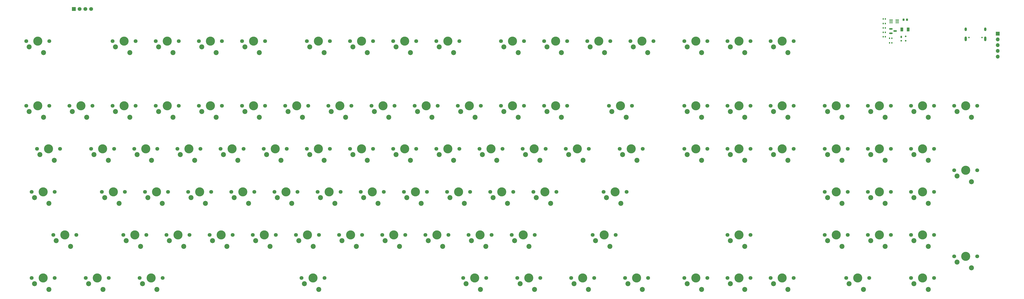
<source format=gbr>
%TF.GenerationSoftware,KiCad,Pcbnew,9.0.2*%
%TF.CreationDate,2025-06-28T16:46:27+02:00*%
%TF.ProjectId,modern-keyboard-template,6d6f6465-726e-42d6-9b65-79626f617264,rev?*%
%TF.SameCoordinates,Original*%
%TF.FileFunction,Soldermask,Top*%
%TF.FilePolarity,Negative*%
%FSLAX46Y46*%
G04 Gerber Fmt 4.6, Leading zero omitted, Abs format (unit mm)*
G04 Created by KiCad (PCBNEW 9.0.2) date 2025-06-28 16:46:27*
%MOMM*%
%LPD*%
G01*
G04 APERTURE LIST*
G04 Aperture macros list*
%AMRoundRect*
0 Rectangle with rounded corners*
0 $1 Rounding radius*
0 $2 $3 $4 $5 $6 $7 $8 $9 X,Y pos of 4 corners*
0 Add a 4 corners polygon primitive as box body*
4,1,4,$2,$3,$4,$5,$6,$7,$8,$9,$2,$3,0*
0 Add four circle primitives for the rounded corners*
1,1,$1+$1,$2,$3*
1,1,$1+$1,$4,$5*
1,1,$1+$1,$6,$7*
1,1,$1+$1,$8,$9*
0 Add four rect primitives between the rounded corners*
20,1,$1+$1,$2,$3,$4,$5,0*
20,1,$1+$1,$4,$5,$6,$7,0*
20,1,$1+$1,$6,$7,$8,$9,0*
20,1,$1+$1,$8,$9,$2,$3,0*%
G04 Aperture macros list end*
%ADD10R,1.700000X1.700000*%
%ADD11O,1.700000X1.700000*%
%ADD12O,1.000000X2.100000*%
%ADD13O,1.000000X1.600000*%
%ADD14C,0.650000*%
%ADD15RoundRect,0.250000X-0.375000X-0.625000X0.375000X-0.625000X0.375000X0.625000X-0.375000X0.625000X0*%
%ADD16RoundRect,0.225000X-0.225000X-0.250000X0.225000X-0.250000X0.225000X0.250000X-0.225000X0.250000X0*%
%ADD17RoundRect,0.140000X-0.140000X-0.170000X0.140000X-0.170000X0.140000X0.170000X-0.140000X0.170000X0*%
%ADD18RoundRect,0.150000X-0.587500X-0.150000X0.587500X-0.150000X0.587500X0.150000X-0.587500X0.150000X0*%
%ADD19RoundRect,0.135000X-0.135000X-0.185000X0.135000X-0.185000X0.135000X0.185000X-0.135000X0.185000X0*%
%ADD20RoundRect,0.175000X-0.175000X-0.325000X0.175000X-0.325000X0.175000X0.325000X-0.175000X0.325000X0*%
%ADD21RoundRect,0.150000X-0.200000X-0.150000X0.200000X-0.150000X0.200000X0.150000X-0.200000X0.150000X0*%
%ADD22RoundRect,0.100000X-0.650000X-0.100000X0.650000X-0.100000X0.650000X0.100000X-0.650000X0.100000X0*%
%ADD23C,2.200000*%
%ADD24C,1.700000*%
%ADD25C,4.000000*%
G04 APERTURE END LIST*
D10*
%TO.C,J2*%
X459270000Y-29730000D03*
D11*
X459270000Y-32270000D03*
X459270000Y-34810000D03*
X459270000Y-37350000D03*
X459270000Y-39890000D03*
%TD*%
D12*
%TO.C,J1*%
X453830000Y-31940000D03*
D13*
X453830000Y-27760000D03*
D12*
X445190000Y-31940000D03*
D13*
X445190000Y-27760000D03*
D14*
X452400000Y-31410000D03*
X446620000Y-31410000D03*
%TD*%
D15*
%TO.C,F1*%
X416957500Y-27795000D03*
X419757500Y-27795000D03*
%TD*%
D16*
%TO.C,C2*%
X417722500Y-23475000D03*
X419272500Y-23475000D03*
%TD*%
D17*
%TO.C,C8*%
X408727500Y-23205000D03*
X409687500Y-23205000D03*
%TD*%
%TO.C,C9*%
X408727500Y-25175000D03*
X409687500Y-25175000D03*
%TD*%
%TO.C,C10*%
X408727500Y-27145000D03*
X409687500Y-27145000D03*
%TD*%
%TO.C,C43*%
X408727500Y-29115000D03*
X409687500Y-29115000D03*
%TD*%
%TO.C,C44*%
X408727500Y-31085000D03*
X409687500Y-31085000D03*
%TD*%
D18*
%TO.C,U3*%
X412160000Y-27590000D03*
X412160000Y-29490000D03*
X414035000Y-28540000D03*
%TD*%
D19*
%TO.C,R1*%
X411587500Y-31755000D03*
X412607500Y-31755000D03*
%TD*%
%TO.C,R2*%
X411587500Y-33745000D03*
X412607500Y-33745000D03*
%TD*%
D20*
%TO.C,U2*%
X416677500Y-31100000D03*
D21*
X416677500Y-32800000D03*
X418677500Y-32800000D03*
X418677500Y-30900000D03*
%TD*%
D22*
%TO.C,U5*%
X412237500Y-23570000D03*
X412237500Y-24220000D03*
X412237500Y-24870000D03*
X414897500Y-24870000D03*
X414897500Y-24220000D03*
X414897500Y-23570000D03*
%TD*%
D23*
%TO.C,MX1*%
X31750000Y-35560000D03*
X38100000Y-38100000D03*
D24*
X40640000Y-33020000D03*
D25*
X35560000Y-33020000D03*
D24*
X30480000Y-33020000D03*
%TD*%
D23*
%TO.C,MX2*%
X69850000Y-35560000D03*
X76200000Y-38100000D03*
D24*
X78740000Y-33020000D03*
D25*
X73660000Y-33020000D03*
D24*
X68580000Y-33020000D03*
%TD*%
D23*
%TO.C,MX3*%
X88900000Y-35560000D03*
X95250000Y-38100000D03*
D24*
X97790000Y-33020000D03*
D25*
X92710000Y-33020000D03*
D24*
X87630000Y-33020000D03*
%TD*%
D23*
%TO.C,MX4*%
X107950000Y-35560000D03*
X114300000Y-38100000D03*
D24*
X116840000Y-33020000D03*
D25*
X111760000Y-33020000D03*
D24*
X106680000Y-33020000D03*
%TD*%
D23*
%TO.C,MX5*%
X127000000Y-35560000D03*
X133350000Y-38100000D03*
D24*
X135890000Y-33020000D03*
D25*
X130810000Y-33020000D03*
D24*
X125730000Y-33020000D03*
%TD*%
D23*
%TO.C,MX6*%
X155575000Y-35560000D03*
X161925000Y-38100000D03*
D24*
X164465000Y-33020000D03*
D25*
X159385000Y-33020000D03*
D24*
X154305000Y-33020000D03*
%TD*%
D23*
%TO.C,MX7*%
X174625000Y-35560000D03*
X180975000Y-38100000D03*
D24*
X183515000Y-33020000D03*
D25*
X178435000Y-33020000D03*
D24*
X173355000Y-33020000D03*
%TD*%
D23*
%TO.C,MX8*%
X193675000Y-35560000D03*
X200025000Y-38100000D03*
D24*
X202565000Y-33020000D03*
D25*
X197485000Y-33020000D03*
D24*
X192405000Y-33020000D03*
%TD*%
D23*
%TO.C,MX9*%
X212725000Y-35560000D03*
X219075000Y-38100000D03*
D24*
X221615000Y-33020000D03*
D25*
X216535000Y-33020000D03*
D24*
X211455000Y-33020000D03*
%TD*%
D23*
%TO.C,MX10*%
X241300000Y-35560000D03*
X247650000Y-38100000D03*
D24*
X250190000Y-33020000D03*
D25*
X245110000Y-33020000D03*
D24*
X240030000Y-33020000D03*
%TD*%
D23*
%TO.C,MX11*%
X260350000Y-35560000D03*
X266700000Y-38100000D03*
D24*
X269240000Y-33020000D03*
D25*
X264160000Y-33020000D03*
D24*
X259080000Y-33020000D03*
%TD*%
D23*
%TO.C,MX12*%
X279400000Y-35560000D03*
X285750000Y-38100000D03*
D24*
X288290000Y-33020000D03*
D25*
X283210000Y-33020000D03*
D24*
X278130000Y-33020000D03*
%TD*%
D23*
%TO.C,MX13*%
X298450000Y-35560000D03*
X304800000Y-38100000D03*
D24*
X307340000Y-33020000D03*
D25*
X302260000Y-33020000D03*
D24*
X297180000Y-33020000D03*
%TD*%
D23*
%TO.C,MX14*%
X322262500Y-35560000D03*
X328612500Y-38100000D03*
D24*
X331152500Y-33020000D03*
D25*
X326072500Y-33020000D03*
D24*
X320992500Y-33020000D03*
%TD*%
D23*
%TO.C,MX15*%
X341312500Y-35560000D03*
X347662500Y-38100000D03*
D24*
X350202500Y-33020000D03*
D25*
X345122500Y-33020000D03*
D24*
X340042500Y-33020000D03*
%TD*%
D23*
%TO.C,MX16*%
X360362500Y-35560000D03*
X366712500Y-38100000D03*
D24*
X369252500Y-33020000D03*
D25*
X364172500Y-33020000D03*
D24*
X359092500Y-33020000D03*
%TD*%
D23*
%TO.C,MX17*%
X31750000Y-64135000D03*
X38100000Y-66675000D03*
D24*
X40640000Y-61595000D03*
D25*
X35560000Y-61595000D03*
D24*
X30480000Y-61595000D03*
%TD*%
D23*
%TO.C,MX18*%
X50800000Y-64135000D03*
X57150000Y-66675000D03*
D24*
X59690000Y-61595000D03*
D25*
X54610000Y-61595000D03*
D24*
X49530000Y-61595000D03*
%TD*%
D23*
%TO.C,MX19*%
X69850000Y-64135000D03*
X76200000Y-66675000D03*
D24*
X78740000Y-61595000D03*
D25*
X73660000Y-61595000D03*
D24*
X68580000Y-61595000D03*
%TD*%
D23*
%TO.C,MX20*%
X88900000Y-64135000D03*
X95250000Y-66675000D03*
D24*
X97790000Y-61595000D03*
D25*
X92710000Y-61595000D03*
D24*
X87630000Y-61595000D03*
%TD*%
D23*
%TO.C,MX21*%
X107950000Y-64135000D03*
X114300000Y-66675000D03*
D24*
X116840000Y-61595000D03*
D25*
X111760000Y-61595000D03*
D24*
X106680000Y-61595000D03*
%TD*%
D23*
%TO.C,MX22*%
X127000000Y-64135000D03*
X133350000Y-66675000D03*
D24*
X135890000Y-61595000D03*
D25*
X130810000Y-61595000D03*
D24*
X125730000Y-61595000D03*
%TD*%
D23*
%TO.C,MX23*%
X146050000Y-64135000D03*
X152400000Y-66675000D03*
D24*
X154940000Y-61595000D03*
D25*
X149860000Y-61595000D03*
D24*
X144780000Y-61595000D03*
%TD*%
D23*
%TO.C,MX24*%
X165100000Y-64135000D03*
X171450000Y-66675000D03*
D24*
X173990000Y-61595000D03*
D25*
X168910000Y-61595000D03*
D24*
X163830000Y-61595000D03*
%TD*%
D23*
%TO.C,MX25*%
X184150000Y-64135000D03*
X190500000Y-66675000D03*
D24*
X193040000Y-61595000D03*
D25*
X187960000Y-61595000D03*
D24*
X182880000Y-61595000D03*
%TD*%
D23*
%TO.C,MX26*%
X203200000Y-64135000D03*
X209550000Y-66675000D03*
D24*
X212090000Y-61595000D03*
D25*
X207010000Y-61595000D03*
D24*
X201930000Y-61595000D03*
%TD*%
D23*
%TO.C,MX27*%
X222250000Y-64135000D03*
X228600000Y-66675000D03*
D24*
X231140000Y-61595000D03*
D25*
X226060000Y-61595000D03*
D24*
X220980000Y-61595000D03*
%TD*%
D23*
%TO.C,MX28*%
X241300000Y-64135000D03*
X247650000Y-66675000D03*
D24*
X250190000Y-61595000D03*
D25*
X245110000Y-61595000D03*
D24*
X240030000Y-61595000D03*
%TD*%
D23*
%TO.C,MX29*%
X260350000Y-64135000D03*
X266700000Y-66675000D03*
D24*
X269240000Y-61595000D03*
D25*
X264160000Y-61595000D03*
D24*
X259080000Y-61595000D03*
%TD*%
D23*
%TO.C,MX30*%
X288925000Y-64135000D03*
X295275000Y-66675000D03*
D24*
X297815000Y-61595000D03*
D25*
X292735000Y-61595000D03*
D24*
X287655000Y-61595000D03*
%TD*%
D23*
%TO.C,MX31*%
X322262500Y-64135000D03*
X328612500Y-66675000D03*
D24*
X331152500Y-61595000D03*
D25*
X326072500Y-61595000D03*
D24*
X320992500Y-61595000D03*
%TD*%
D23*
%TO.C,MX32*%
X341312500Y-64135000D03*
X347662500Y-66675000D03*
D24*
X350202500Y-61595000D03*
D25*
X345122500Y-61595000D03*
D24*
X340042500Y-61595000D03*
%TD*%
D23*
%TO.C,MX33*%
X360362500Y-64135000D03*
X366712500Y-66675000D03*
D24*
X369252500Y-61595000D03*
D25*
X364172500Y-61595000D03*
D24*
X359092500Y-61595000D03*
%TD*%
D23*
%TO.C,MX34*%
X384175000Y-64135000D03*
X390525000Y-66675000D03*
D24*
X393065000Y-61595000D03*
D25*
X387985000Y-61595000D03*
D24*
X382905000Y-61595000D03*
%TD*%
D23*
%TO.C,MX35*%
X403225000Y-64135000D03*
X409575000Y-66675000D03*
D24*
X412115000Y-61595000D03*
D25*
X407035000Y-61595000D03*
D24*
X401955000Y-61595000D03*
%TD*%
D23*
%TO.C,MX36*%
X422275000Y-64135000D03*
X428625000Y-66675000D03*
D24*
X431165000Y-61595000D03*
D25*
X426085000Y-61595000D03*
D24*
X421005000Y-61595000D03*
%TD*%
%TO.C,MX37*%
X440055000Y-61595000D03*
D25*
X445135000Y-61595000D03*
D24*
X450215000Y-61595000D03*
D23*
X447675000Y-66675000D03*
X441325000Y-64135000D03*
%TD*%
%TO.C,MX38*%
X36512500Y-83185000D03*
X42862500Y-85725000D03*
D24*
X45402500Y-80645000D03*
D25*
X40322500Y-80645000D03*
D24*
X35242500Y-80645000D03*
%TD*%
D23*
%TO.C,MX39*%
X60325000Y-83185000D03*
X66675000Y-85725000D03*
D24*
X69215000Y-80645000D03*
D25*
X64135000Y-80645000D03*
D24*
X59055000Y-80645000D03*
%TD*%
D23*
%TO.C,MX40*%
X79375000Y-83185000D03*
X85725000Y-85725000D03*
D24*
X88265000Y-80645000D03*
D25*
X83185000Y-80645000D03*
D24*
X78105000Y-80645000D03*
%TD*%
D23*
%TO.C,MX41*%
X98425000Y-83185000D03*
X104775000Y-85725000D03*
D24*
X107315000Y-80645000D03*
D25*
X102235000Y-80645000D03*
D24*
X97155000Y-80645000D03*
%TD*%
D23*
%TO.C,MX42*%
X117475000Y-83185000D03*
X123825000Y-85725000D03*
D24*
X126365000Y-80645000D03*
D25*
X121285000Y-80645000D03*
D24*
X116205000Y-80645000D03*
%TD*%
D23*
%TO.C,MX43*%
X136525000Y-83185000D03*
X142875000Y-85725000D03*
D24*
X145415000Y-80645000D03*
D25*
X140335000Y-80645000D03*
D24*
X135255000Y-80645000D03*
%TD*%
D23*
%TO.C,MX44*%
X155575000Y-83185000D03*
X161925000Y-85725000D03*
D24*
X164465000Y-80645000D03*
D25*
X159385000Y-80645000D03*
D24*
X154305000Y-80645000D03*
%TD*%
D23*
%TO.C,MX45*%
X174625000Y-83185000D03*
X180975000Y-85725000D03*
D24*
X183515000Y-80645000D03*
D25*
X178435000Y-80645000D03*
D24*
X173355000Y-80645000D03*
%TD*%
D23*
%TO.C,MX46*%
X193675000Y-83185000D03*
X200025000Y-85725000D03*
D24*
X202565000Y-80645000D03*
D25*
X197485000Y-80645000D03*
D24*
X192405000Y-80645000D03*
%TD*%
D23*
%TO.C,MX47*%
X212725000Y-83185000D03*
X219075000Y-85725000D03*
D24*
X221615000Y-80645000D03*
D25*
X216535000Y-80645000D03*
D24*
X211455000Y-80645000D03*
%TD*%
D23*
%TO.C,MX48*%
X231775000Y-83185000D03*
X238125000Y-85725000D03*
D24*
X240665000Y-80645000D03*
D25*
X235585000Y-80645000D03*
D24*
X230505000Y-80645000D03*
%TD*%
D23*
%TO.C,MX49*%
X250825000Y-83185000D03*
X257175000Y-85725000D03*
D24*
X259715000Y-80645000D03*
D25*
X254635000Y-80645000D03*
D24*
X249555000Y-80645000D03*
%TD*%
D23*
%TO.C,MX50*%
X269875000Y-83185000D03*
X276225000Y-85725000D03*
D24*
X278765000Y-80645000D03*
D25*
X273685000Y-80645000D03*
D24*
X268605000Y-80645000D03*
%TD*%
D23*
%TO.C,MX51*%
X293687500Y-83185000D03*
X300037500Y-85725000D03*
D24*
X302577500Y-80645000D03*
D25*
X297497500Y-80645000D03*
D24*
X292417500Y-80645000D03*
%TD*%
D23*
%TO.C,MX52*%
X322262500Y-83185000D03*
X328612500Y-85725000D03*
D24*
X331152500Y-80645000D03*
D25*
X326072500Y-80645000D03*
D24*
X320992500Y-80645000D03*
%TD*%
D23*
%TO.C,MX53*%
X341312500Y-83185000D03*
X347662500Y-85725000D03*
D24*
X350202500Y-80645000D03*
D25*
X345122500Y-80645000D03*
D24*
X340042500Y-80645000D03*
%TD*%
D23*
%TO.C,MX54*%
X360362500Y-83185000D03*
X366712500Y-85725000D03*
D24*
X369252500Y-80645000D03*
D25*
X364172500Y-80645000D03*
D24*
X359092500Y-80645000D03*
%TD*%
D23*
%TO.C,MX55*%
X384175000Y-83185000D03*
X390525000Y-85725000D03*
D24*
X393065000Y-80645000D03*
D25*
X387985000Y-80645000D03*
D24*
X382905000Y-80645000D03*
%TD*%
D23*
%TO.C,MX56*%
X403225000Y-83185000D03*
X409575000Y-85725000D03*
D24*
X412115000Y-80645000D03*
D25*
X407035000Y-80645000D03*
D24*
X401955000Y-80645000D03*
%TD*%
D23*
%TO.C,MX57*%
X422275000Y-83185000D03*
X428625000Y-85725000D03*
D24*
X431165000Y-80645000D03*
D25*
X426085000Y-80645000D03*
D24*
X421005000Y-80645000D03*
%TD*%
D23*
%TO.C,MX58*%
X441325000Y-92710000D03*
X447675000Y-95250000D03*
D24*
X450215000Y-90170000D03*
D25*
X445135000Y-90170000D03*
D24*
X440055000Y-90170000D03*
%TD*%
D23*
%TO.C,MX59*%
X34131250Y-102235000D03*
X40481250Y-104775000D03*
D24*
X43021250Y-99695000D03*
D25*
X37941250Y-99695000D03*
D24*
X32861250Y-99695000D03*
%TD*%
D23*
%TO.C,MX60*%
X65087500Y-102235000D03*
X71437500Y-104775000D03*
D24*
X73977500Y-99695000D03*
D25*
X68897500Y-99695000D03*
D24*
X63817500Y-99695000D03*
%TD*%
D23*
%TO.C,MX61*%
X84137500Y-102235000D03*
X90487500Y-104775000D03*
D24*
X93027500Y-99695000D03*
D25*
X87947500Y-99695000D03*
D24*
X82867500Y-99695000D03*
%TD*%
D23*
%TO.C,MX62*%
X103187500Y-102235000D03*
X109537500Y-104775000D03*
D24*
X112077500Y-99695000D03*
D25*
X106997500Y-99695000D03*
D24*
X101917500Y-99695000D03*
%TD*%
D23*
%TO.C,MX63*%
X122237500Y-102235000D03*
X128587500Y-104775000D03*
D24*
X131127500Y-99695000D03*
D25*
X126047500Y-99695000D03*
D24*
X120967500Y-99695000D03*
%TD*%
D23*
%TO.C,MX64*%
X141287500Y-102235000D03*
X147637500Y-104775000D03*
D24*
X150177500Y-99695000D03*
D25*
X145097500Y-99695000D03*
D24*
X140017500Y-99695000D03*
%TD*%
D23*
%TO.C,MX65*%
X160337500Y-102235000D03*
X166687500Y-104775000D03*
D24*
X169227500Y-99695000D03*
D25*
X164147500Y-99695000D03*
D24*
X159067500Y-99695000D03*
%TD*%
D23*
%TO.C,MX66*%
X179387500Y-102235000D03*
X185737500Y-104775000D03*
D24*
X188277500Y-99695000D03*
D25*
X183197500Y-99695000D03*
D24*
X178117500Y-99695000D03*
%TD*%
D23*
%TO.C,MX67*%
X198437500Y-102235000D03*
X204787500Y-104775000D03*
D24*
X207327500Y-99695000D03*
D25*
X202247500Y-99695000D03*
D24*
X197167500Y-99695000D03*
%TD*%
D23*
%TO.C,MX68*%
X217487500Y-102235000D03*
X223837500Y-104775000D03*
D24*
X226377500Y-99695000D03*
D25*
X221297500Y-99695000D03*
D24*
X216217500Y-99695000D03*
%TD*%
D23*
%TO.C,MX69*%
X236537500Y-102235000D03*
X242887500Y-104775000D03*
D24*
X245427500Y-99695000D03*
D25*
X240347500Y-99695000D03*
D24*
X235267500Y-99695000D03*
%TD*%
D23*
%TO.C,MX70*%
X255587500Y-102235000D03*
X261937500Y-104775000D03*
D24*
X264477500Y-99695000D03*
D25*
X259397500Y-99695000D03*
D24*
X254317500Y-99695000D03*
%TD*%
D23*
%TO.C,MX71*%
X286543750Y-102235000D03*
X292893750Y-104775000D03*
D24*
X295433750Y-99695000D03*
D25*
X290353750Y-99695000D03*
D24*
X285273750Y-99695000D03*
%TD*%
D23*
%TO.C,MX72*%
X384175000Y-102235000D03*
X390525000Y-104775000D03*
D24*
X393065000Y-99695000D03*
D25*
X387985000Y-99695000D03*
D24*
X382905000Y-99695000D03*
%TD*%
D23*
%TO.C,MX73*%
X403225000Y-102235000D03*
X409575000Y-104775000D03*
D24*
X412115000Y-99695000D03*
D25*
X407035000Y-99695000D03*
D24*
X401955000Y-99695000D03*
%TD*%
D23*
%TO.C,MX74*%
X422275000Y-102235000D03*
X428625000Y-104775000D03*
D24*
X431165000Y-99695000D03*
D25*
X426085000Y-99695000D03*
D24*
X421005000Y-99695000D03*
%TD*%
D23*
%TO.C,MX75*%
X43656250Y-121285000D03*
X50006250Y-123825000D03*
D24*
X52546250Y-118745000D03*
D25*
X47466250Y-118745000D03*
D24*
X42386250Y-118745000D03*
%TD*%
D23*
%TO.C,MX76*%
X74612500Y-121285000D03*
X80962500Y-123825000D03*
D24*
X83502500Y-118745000D03*
D25*
X78422500Y-118745000D03*
D24*
X73342500Y-118745000D03*
%TD*%
D23*
%TO.C,MX77*%
X93662500Y-121285000D03*
X100012500Y-123825000D03*
D24*
X102552500Y-118745000D03*
D25*
X97472500Y-118745000D03*
D24*
X92392500Y-118745000D03*
%TD*%
D23*
%TO.C,MX78*%
X112712500Y-121285000D03*
X119062500Y-123825000D03*
D24*
X121602500Y-118745000D03*
D25*
X116522500Y-118745000D03*
D24*
X111442500Y-118745000D03*
%TD*%
D23*
%TO.C,MX79*%
X131762500Y-121285000D03*
X138112500Y-123825000D03*
D24*
X140652500Y-118745000D03*
D25*
X135572500Y-118745000D03*
D24*
X130492500Y-118745000D03*
%TD*%
D23*
%TO.C,MX80*%
X150812500Y-121285000D03*
X157162500Y-123825000D03*
D24*
X159702500Y-118745000D03*
D25*
X154622500Y-118745000D03*
D24*
X149542500Y-118745000D03*
%TD*%
D23*
%TO.C,MX81*%
X169862500Y-121285000D03*
X176212500Y-123825000D03*
D24*
X178752500Y-118745000D03*
D25*
X173672500Y-118745000D03*
D24*
X168592500Y-118745000D03*
%TD*%
D23*
%TO.C,MX82*%
X188912500Y-121285000D03*
X195262500Y-123825000D03*
D24*
X197802500Y-118745000D03*
D25*
X192722500Y-118745000D03*
D24*
X187642500Y-118745000D03*
%TD*%
D23*
%TO.C,MX83*%
X207962500Y-121285000D03*
X214312500Y-123825000D03*
D24*
X216852500Y-118745000D03*
D25*
X211772500Y-118745000D03*
D24*
X206692500Y-118745000D03*
%TD*%
D23*
%TO.C,MX84*%
X227012500Y-121285000D03*
X233362500Y-123825000D03*
D24*
X235902500Y-118745000D03*
D25*
X230822500Y-118745000D03*
D24*
X225742500Y-118745000D03*
%TD*%
D23*
%TO.C,MX85*%
X246062500Y-121285000D03*
X252412500Y-123825000D03*
D24*
X254952500Y-118745000D03*
D25*
X249872500Y-118745000D03*
D24*
X244792500Y-118745000D03*
%TD*%
D23*
%TO.C,MX86*%
X281781250Y-121285000D03*
X288131250Y-123825000D03*
D24*
X290671250Y-118745000D03*
D25*
X285591250Y-118745000D03*
D24*
X280511250Y-118745000D03*
%TD*%
D23*
%TO.C,MX87*%
X341312500Y-121285000D03*
X347662500Y-123825000D03*
D24*
X350202500Y-118745000D03*
D25*
X345122500Y-118745000D03*
D24*
X340042500Y-118745000D03*
%TD*%
D23*
%TO.C,MX88*%
X384175000Y-121285000D03*
X390525000Y-123825000D03*
D24*
X393065000Y-118745000D03*
D25*
X387985000Y-118745000D03*
D24*
X382905000Y-118745000D03*
%TD*%
D23*
%TO.C,MX89*%
X403225000Y-121285000D03*
X409575000Y-123825000D03*
D24*
X412115000Y-118745000D03*
D25*
X407035000Y-118745000D03*
D24*
X401955000Y-118745000D03*
%TD*%
D23*
%TO.C,MX90*%
X422275000Y-121285000D03*
X428625000Y-123825000D03*
D24*
X431165000Y-118745000D03*
D25*
X426085000Y-118745000D03*
D24*
X421005000Y-118745000D03*
%TD*%
D23*
%TO.C,MX91*%
X441325000Y-130810000D03*
X447675000Y-133350000D03*
D24*
X450215000Y-128270000D03*
D25*
X445135000Y-128270000D03*
D24*
X440055000Y-128270000D03*
%TD*%
D23*
%TO.C,MX92*%
X34131250Y-140335000D03*
X40481250Y-142875000D03*
D24*
X43021250Y-137795000D03*
D25*
X37941250Y-137795000D03*
D24*
X32861250Y-137795000D03*
%TD*%
D23*
%TO.C,MX93*%
X57943750Y-140335000D03*
X64293750Y-142875000D03*
D24*
X66833750Y-137795000D03*
D25*
X61753750Y-137795000D03*
D24*
X56673750Y-137795000D03*
%TD*%
D23*
%TO.C,MX94*%
X81756250Y-140335000D03*
X88106250Y-142875000D03*
D24*
X90646250Y-137795000D03*
D25*
X85566250Y-137795000D03*
D24*
X80486250Y-137795000D03*
%TD*%
D23*
%TO.C,MX95*%
X153193750Y-140335000D03*
X159543750Y-142875000D03*
D24*
X162083750Y-137795000D03*
D25*
X157003750Y-137795000D03*
D24*
X151923750Y-137795000D03*
%TD*%
D23*
%TO.C,MX96*%
X224631250Y-140335000D03*
X230981250Y-142875000D03*
D24*
X233521250Y-137795000D03*
D25*
X228441250Y-137795000D03*
D24*
X223361250Y-137795000D03*
%TD*%
D23*
%TO.C,MX97*%
X248443750Y-140335000D03*
X254793750Y-142875000D03*
D24*
X257333750Y-137795000D03*
D25*
X252253750Y-137795000D03*
D24*
X247173750Y-137795000D03*
%TD*%
D23*
%TO.C,MX98*%
X272256250Y-140335000D03*
X278606250Y-142875000D03*
D24*
X281146250Y-137795000D03*
D25*
X276066250Y-137795000D03*
D24*
X270986250Y-137795000D03*
%TD*%
D23*
%TO.C,MX99*%
X296068750Y-140335000D03*
X302418750Y-142875000D03*
D24*
X304958750Y-137795000D03*
D25*
X299878750Y-137795000D03*
D24*
X294798750Y-137795000D03*
%TD*%
D23*
%TO.C,MX100*%
X322262500Y-140335000D03*
X328612500Y-142875000D03*
D24*
X331152500Y-137795000D03*
D25*
X326072500Y-137795000D03*
D24*
X320992500Y-137795000D03*
%TD*%
%TO.C,MX101*%
X340042500Y-137795000D03*
D25*
X345122500Y-137795000D03*
D24*
X350202500Y-137795000D03*
D23*
X347662500Y-142875000D03*
X341312500Y-140335000D03*
%TD*%
D24*
%TO.C,MX102*%
X359092500Y-137795000D03*
D25*
X364172500Y-137795000D03*
D24*
X369252500Y-137795000D03*
D23*
X366712500Y-142875000D03*
X360362500Y-140335000D03*
%TD*%
D24*
%TO.C,MX103*%
X392430000Y-137795000D03*
D25*
X397510000Y-137795000D03*
D24*
X402590000Y-137795000D03*
D23*
X400050000Y-142875000D03*
X393700000Y-140335000D03*
%TD*%
D24*
%TO.C,MX104*%
X421005000Y-137795000D03*
D25*
X426085000Y-137795000D03*
D24*
X431165000Y-137795000D03*
D23*
X428625000Y-142875000D03*
X422275000Y-140335000D03*
%TD*%
D10*
%TO.C,J3*%
X51450000Y-18770000D03*
D24*
X53990000Y-18770000D03*
X56530000Y-18770000D03*
X59070000Y-18770000D03*
%TD*%
M02*

</source>
